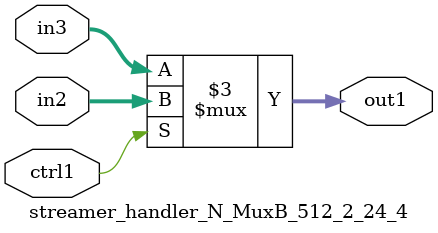
<source format=v>

`timescale 1ps / 1ps


module streamer_handler_N_MuxB_512_2_24_4( in3, in2, ctrl1, out1 );

    input [511:0] in3;
    input [511:0] in2;
    input ctrl1;
    output [511:0] out1;
    reg [511:0] out1;

    
    // rtl_process:streamer_handler_N_MuxB_512_2_24_4/streamer_handler_N_MuxB_512_2_24_4_thread_1
    always @*
      begin : streamer_handler_N_MuxB_512_2_24_4_thread_1
        case (ctrl1) 
          1'b1: 
            begin
              out1 = in2;
            end
          default: 
            begin
              out1 = in3;
            end
        endcase
      end

endmodule





</source>
